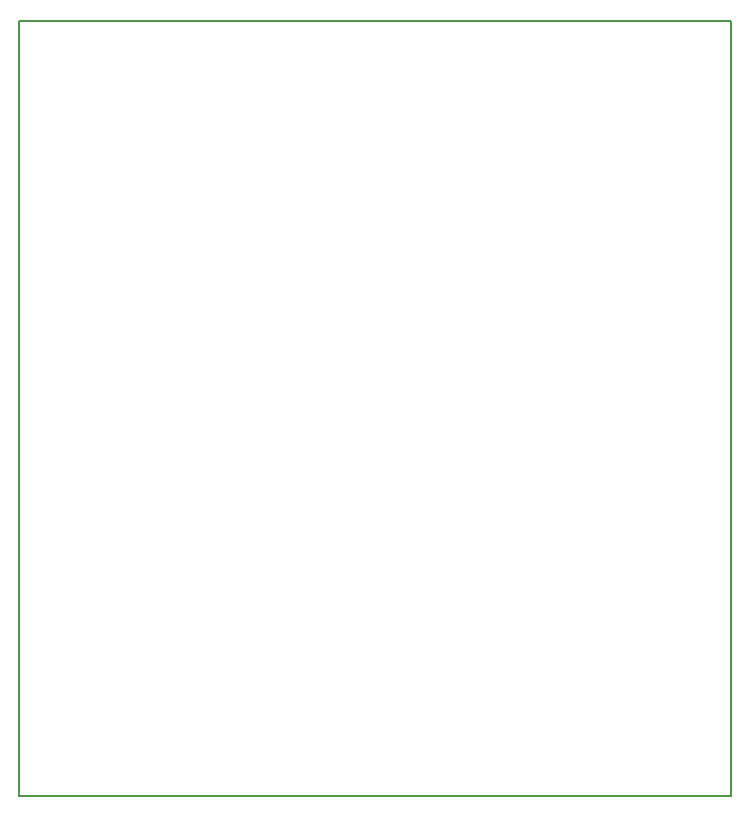
<source format=gm1>
%TF.GenerationSoftware,KiCad,Pcbnew,(6.0.8)*%
%TF.CreationDate,2022-10-30T19:36:16+01:00*%
%TF.ProjectId,fan.picow,66616e2e-7069-4636-9f77-2e6b69636164,rev?*%
%TF.SameCoordinates,Original*%
%TF.FileFunction,Profile,NP*%
%FSLAX46Y46*%
G04 Gerber Fmt 4.6, Leading zero omitted, Abs format (unit mm)*
G04 Created by KiCad (PCBNEW (6.0.8)) date 2022-10-30 19:36:16*
%MOMM*%
%LPD*%
G01*
G04 APERTURE LIST*
%TA.AperFunction,Profile*%
%ADD10C,0.200000*%
%TD*%
G04 APERTURE END LIST*
D10*
X114858800Y-41198800D02*
X175158400Y-41198800D01*
X175158400Y-41198800D02*
X175158400Y-106883200D01*
X175158400Y-106883200D02*
X114858800Y-106883200D01*
X114858800Y-106883200D02*
X114858800Y-41198800D01*
M02*

</source>
